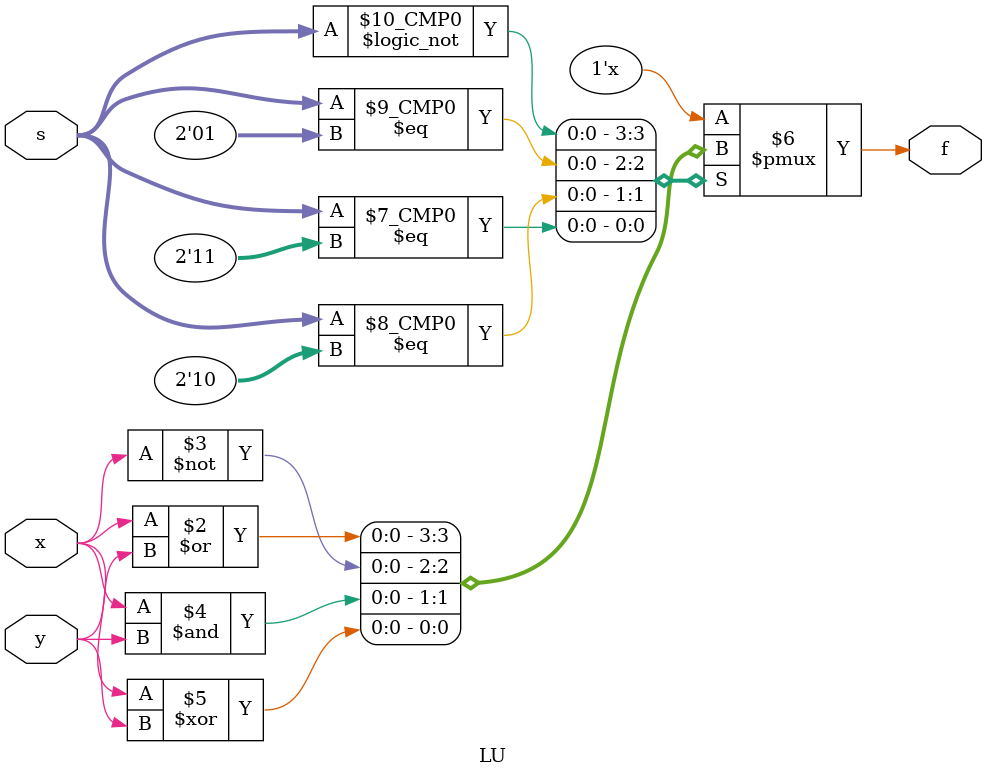
<source format=v>
`timescale 1ns / 1ps
module LU(
    input x,y,
    input [1:0]s,
     output reg f
    );
    
    always @(*)
    begin
    case(s)
    2'b00:  f = x | y; 
    2'b01:  f = ~x;
    2'b10:  f = x & y; 
    2'b11:  f = x ^ y; 
    endcase
    end 
    
endmodule

</source>
